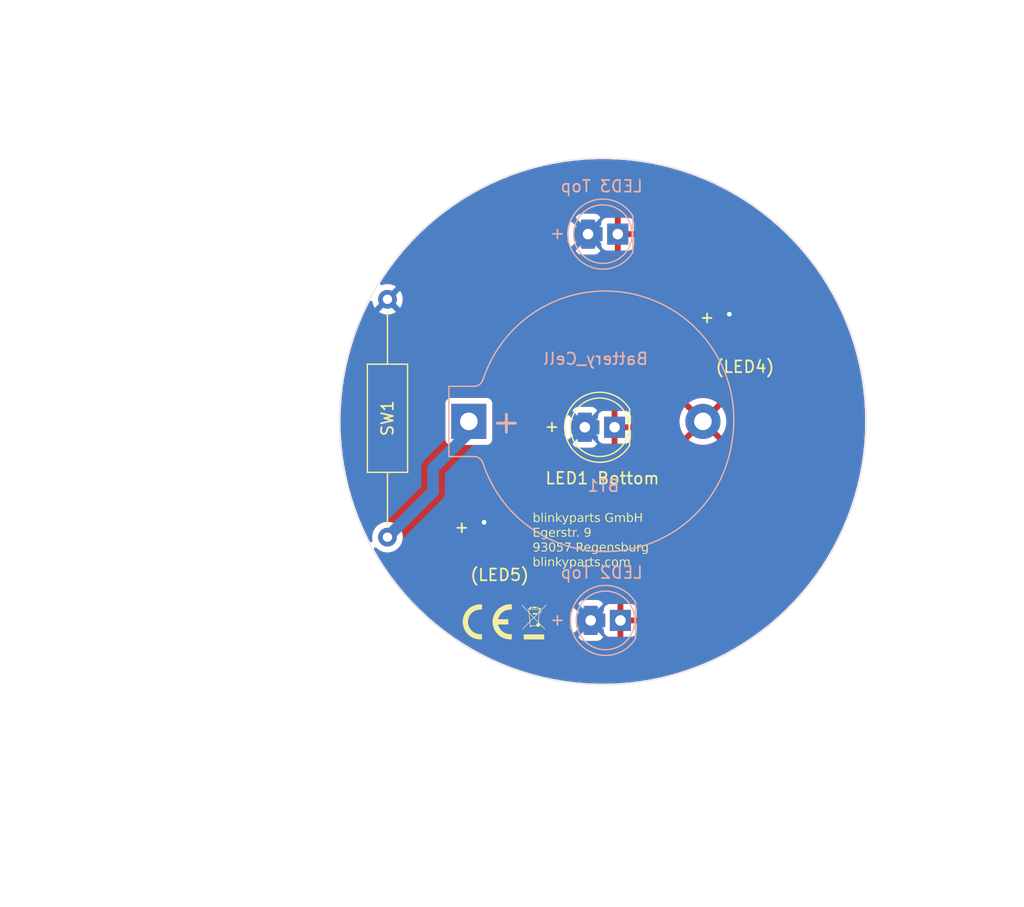
<source format=kicad_pcb>
(kicad_pcb (version 20240108) (generator "pcbnew") (generator_version "8.0")
  (layers (0 "F.Cu" signal) (31 "B.Cu" signal) (34 "B.Paste" user) (35 "F.Paste" user) (36 "B.SilkS" user "B.Silkscreen") (37 "F.SilkS" user "F.Silkscreen") (38 "B.Mask" user) (39 "F.Mask" user) (44 "Edge.Cuts" user))
  (net 0 "")
  (net 1 "+3V0")
  (net 2 "GND")
  (net 3 "VCC")
  (footprint "blinkyparts:5mm_SMD-Pad" (layer "F.Cu") (at 111.395 75.765 180)
    (property "Reference" "D4" (hide yes))
    (property "Value" "LED")
    (fp_text user "+" (at 3.445 4.25 0) (layer "F.SilkS"))
    (pad "1" smd rect (at -1 4.5 180) (size 1.524 5) (layers "F.Cu" "F.Paste" "F.Mask") (net 2 "GND"))
    (pad "2" smd rect (at 1.54 4.5 180) (size 1.524 5) (layers "F.Cu" "F.Paste" "F.Mask") (net 3 "VCC"))
  )
  (footprint "blinkyparts:LED_D5.0mm_PLUS-Symbol" (layer "F.Cu") (at 121 63 180)
    (property "Reference" "D2" (hide yes))
    (property "Value" "LED")
    (fp_line (start -1.29 -1.545) (end -1.29 1.545) (stroke (width 0.12)) (layer "F.SilkS"))
    (fp_arc (start 4.26 -0.000462) (mid 2.072002 2.880433) (end -1.29 1.54483) (stroke (width 0.12)) (layer "F.SilkS"))
    (fp_arc (start -1.29 -1.54483) (mid 2.072002 -2.880433) (end 4.26 0.000462) (stroke (width 0.12)) (layer "F.SilkS"))
    (fp_circle (center 1.27 0) (end 3.77 0) (stroke (width 0.12)) (fill none) (layer "F.SilkS"))
    (pad "1" thru_hole rect (at 0 0 180) (size 1.8 1.8) (drill 0.9) (layers "*.Cu" "*.Mask") (net 2 "GND"))
    (pad "2" thru_hole custom (at 2.54 0 180) (size 1.2192 1.2192) (drill 0.9) (layers "*.Cu" "*.Mask") (net 3 "VCC") (options (clearance outline) (anchor rect)) (primitives (gr_poly (pts (xy -0.508 -1.143) (xy 0.508 -1.143) (xy 0.508 -0.508) (xy 1.143 -0.508) (xy 1.143 0.508) (xy 0.508 0.508) (xy 0.508 1.143) (xy -0.508 1.143) (xy -0.508 0.508) (xy -1.143 0.508) (xy -1.143 -0.508) (xy -0.508 -0.508)) (width 0.2) (fill yes))))
  )
  (footprint "blinkyparts:weee-icon_3mm" (layer "F.Cu") (at 113.071338 78.125)
    (property "Reference" "weee-symbol_mask_3mm" (hide yes))
    (property "Value" "G***" (hide yes))
    (fp_poly (pts (xy 0.168687 2.573325) (xy 1.917266 2.573325) (xy 1.917266 3.000001) (xy 0.168687 3.000001) (xy 0.168687 2.573325)) (fill solid) (layer "F.SilkS"))
    (fp_poly (pts (xy 0.940853 0.753011) (xy 1.30923 0.753011) (xy 1.30923 0.868828) (xy 0.940853 0.868828) (xy 0.940853 0.753011)) (fill solid) (layer "F.SilkS"))
    (fp_poly (pts (xy 2.107325 0) (xy 1.028466 1.094776) (xy 0 0.013962) (xy 0 0.093763) (xy 0.989828 1.13398) (xy 0.025793 2.112238) (xy 0.065644 2.150133) (xy 1.027764 1.173836) (xy 1.949582 2.142593) (xy 1.989452 2.104678) (xy 1.066401 1.134647) (xy 2.107325 0.078353) (xy 2.107325 0)) (fill solid) (layer "F.SilkS"))
    (fp_poly (pts (xy 0.82439 1.855893) (xy 0.82439 1.940613) (xy 0.745471 1.940613) (xy 0.745471 1.800747) (xy 1.230606 1.800747) (xy 1.227804 1.769494) (xy 1.272974 1.65259) (xy 1.383883 1.596476) (xy 1.459984 0.748213) (xy 1.453968 0.748213) (xy 1.453968 0.545451) (xy 1.478157 0.545451) (xy 1.487322 0.443285) (xy 0.786419 0.443285) (xy 0.786419 0.388139) (xy 1.4903 0.388139) (xy 1.375365 0.303008) (xy 1.23589 0.278884) (xy 1.23589 0.324139) (xy 1.190771 0.324139) (xy 1.190771 0.279019) (xy 0.99606 0.279019) (xy 0.99606 0.243906) (xy 1.190771 0.243906) (xy 1.190771 0.279019) (xy 1.190771 0.324139) (xy 0.95094 0.324139) (xy 0.95094 0.271931) (xy 0.786419 0.295784) (xy 0.786419 0.388139) (xy 0.786419 0.443285) (xy 0.683451 0.443285) (xy 0.683451 0.388139) (xy 0.683451 0.329468) (xy 0.619868 0.388139) (xy 0.683451 0.388139) (xy 0.683451 0.443285) (xy 0.630656 0.443285) (xy 0.745471 1.800747) (xy 0.745471 1.940613) (xy 0.714905 1.940613) (xy 0.714905 1.855247) (xy 0.692636 1.829869) (xy 0.575335 0.443285) (xy 0.493357 0.443285) (xy 0.493357 0.388139) (xy 0.562802 0.388139) (xy 0.683451 0.268722) (xy 0.683451 0.228576) (xy 0.786419 0.228576) (xy 0.786419 0.239425) (xy 0.95094 0.216905) (xy 0.95094 0.198787) (xy 1.23589 0.198787) (xy 1.23589 0.223718) (xy 1.393889 0.251311) (xy 1.513717 0.328781) (xy 1.578674 0.295764) (xy 1.659122 0.376192) (xy 1.578674 0.45664) (xy 1.542057 0.447827) (xy 1.533303 0.545451) (xy 1.654324 0.545451) (xy 1.654324 0.748213) (xy 1.519161 0.748213) (xy 1.519161 0.703093) (xy 1.609205 0.703093) (xy 1.609205 0.59057) (xy 1.529248 0.59057) (xy 1.519161 0.703093) (xy 1.519161 0.748213) (xy 1.51511 0.748213) (xy 1.438753 1.599534) (xy 1.575661 1.769494) (xy 1.524713 1.892483) (xy 1.401725 1.94343) (xy 1.401725 1.862005) (xy 1.30923 1.769494) (xy 1.401725 1.677004) (xy 1.494235 1.769494) (xy 1.401725 1.862005) (xy 1.401725 1.94343) (xy 1.250755 1.855893) (xy 0.82439 1.855893)) (fill solid) (layer "F.SilkS"))
  )
  (footprint "blinkyparts:5mm_SMD-Pad" (layer "F.Cu") (at 132.35 57.84 180)
    (property "Reference" "D5" (hide yes))
    (property "Value" "LED")
    (fp_text user "+" (at 3.445 4.25 180) (layer "F.SilkS"))
    (pad "1" smd rect (at -1 4.5 180) (size 1.524 5) (layers "F.Cu" "F.Paste" "F.Mask") (net 2 "GND"))
    (pad "2" smd rect (at 1.54 4.5 180) (size 1.524 5) (layers "F.Cu" "F.Paste" "F.Mask") (net 3 "VCC"))
  )
  (footprint "Resistor_THT:R_Axial_DIN0309_L9.0mm_D3.2mm_P20.32mm_Horizontal" (layer "F.Cu") (at 101.6 52.07 -90)
    (property "Reference" "SW1" (at 10.16 0 -90) (layer "F.SilkS"))
    (property "Value" "SW_Reed")
    (fp_line (start 5.54 1.72) (end 14.78 1.72) (stroke (width 0.12)) (layer "F.SilkS"))
    (fp_line (start 14.78 1.72) (end 14.78 -1.72) (stroke (width 0.12)) (layer "F.SilkS"))
    (fp_line (start 1.04 0) (end 5.54 0) (stroke (width 0.12)) (layer "F.SilkS"))
    (fp_line (start 19.28 0) (end 14.78 0) (stroke (width 0.12)) (layer "F.SilkS"))
    (fp_line (start 5.54 -1.72) (end 5.54 1.72) (stroke (width 0.12)) (layer "F.SilkS"))
    (fp_line (start 14.78 -1.72) (end 5.54 -1.72) (stroke (width 0.12)) (layer "F.SilkS"))
    (pad "1" thru_hole circle (at 0 0 270) (size 1.6 1.6) (drill 0.8) (layers "*.Cu" "*.Mask") (net 3 "VCC"))
    (pad "2" thru_hole oval (at 20.32 0 270) (size 1.6 1.6) (drill 0.8) (layers "*.Cu" "*.Mask") (net 1 "+3V0"))
  )
  (footprint "blinkyparts:ce-icon_3mm" (layer "F.Cu") (at 108.025 78.125)
    (property "Reference" "ce-symbol_mask_3mm" (hide yes))
    (property "Value" "G***" (hide yes))
    (fp_poly (pts (xy 1.65 2.9925) (xy 1.5 3) (xy 1.256689 2.980368) (xy 1.025879 2.92353) (xy 0.810658 2.832575) (xy 0.614114 2.71059) (xy 0.439335 2.560665) (xy 0.289409 2.385886) (xy 0.167425 2.189342) (xy 0.07647 1.974121) (xy 0.019632 1.743311) (xy 0 1.5) (xy 0.019632 1.256689) (xy 0.07647 1.025879) (xy 0.167425 0.810658) (xy 0.289409 0.614114) (xy 0.439335 0.439335) (xy 0.614114 0.289409) (xy 0.810658 0.167425) (xy 1.025879 0.07647) (xy 1.256689 0.019632) (xy 1.5 0) (xy 1.65 0.0075) (xy 1.65 0.4575) (xy 1.5 0.45) (xy 1.259238 0.47773) (xy 1.038227 0.556719) (xy 0.84327 0.680667) (xy 0.680667 0.84327) (xy 0.556719 1.038227) (xy 0.47773 1.259238) (xy 0.45 1.5) (xy 0.47773 1.740762) (xy 0.556719 1.961772) (xy 0.680667 2.15673) (xy 0.84327 2.319333) (xy 1.038227 2.44328) (xy 1.259238 2.52227) (xy 1.5 2.55) (xy 1.65 2.5425) (xy 1.65 2.9925)) (fill solid) (layer "F.SilkS"))
    (fp_poly (pts (xy 4.2 2.9925) (xy 4.05 3) (xy 3.806689 2.980368) (xy 3.575879 2.92353) (xy 3.360658 2.832575) (xy 3.164114 2.71059) (xy 2.989335 2.560665) (xy 2.839409 2.385886) (xy 2.717425 2.189342) (xy 2.62647 1.974121) (xy 2.569632 1.743311) (xy 2.55 1.5) (xy 2.569632 1.256689) (xy 2.62647 1.025879) (xy 2.717425 0.810658) (xy 2.839409 0.614114) (xy 2.989335 0.439335) (xy 3.164114 0.289409) (xy 3.360658 0.167425) (xy 3.575879 0.07647) (xy 3.806689 0.019632) (xy 4.05 0) (xy 4.2 0.0075) (xy 4.2 0.4575) (xy 4.05 0.45) (xy 3.810112 0.477625) (xy 3.588366 0.556787) (xy 3.391837 0.681795) (xy 3.2276 0.84696) (xy 3.102729 1.046592) (xy 3.0243 1.275) (xy 3.9 1.275) (xy 3.9 1.725) (xy 3.0243 1.725) (xy 3.102729 1.953408) (xy 3.2276 2.15304) (xy 3.391837 2.318205) (xy 3.588366 2.443213) (xy 3.810112 2.522375) (xy 4.05 2.55) (xy 4.2 2.5425) (xy 4.2 2.9925)) (fill solid) (layer "F.SilkS"))
  )
  (footprint "blinkyparts:LED_D5.0mm_PLUS-Symbol" (layer "B.Cu") (at 121.275 46.5 180)
    (property "Reference" "D3" (hide yes))
    (property "Value" "LED")
    (fp_line (start -1.29 1.545) (end -1.29 -1.545) (stroke (width 0.12)) (layer "B.SilkS"))
    (fp_arc (start 4.26 -0.000462) (mid 2.072002 2.880433) (end -1.29 1.54483) (stroke (width 0.12)) (layer "B.SilkS"))
    (fp_arc (start -1.29 -1.54483) (mid 2.072002 -2.880433) (end 4.26 0.000462) (stroke (width 0.12)) (layer "B.SilkS"))
    (fp_circle (center 1.27 0) (end 3.77 0) (stroke (width 0.12)) (fill none) (layer "B.SilkS"))
    (pad "1" thru_hole rect (at 0 0 180) (size 1.8 1.8) (drill 0.9) (layers "*.Cu" "*.Mask") (net 2 "GND"))
    (pad "2" thru_hole custom (at 2.54 0 180) (size 1.2192 1.2192) (drill 0.9) (layers "*.Cu" "*.Mask") (net 3 "VCC") (options (clearance outline) (anchor rect)) (primitives (gr_poly (pts (xy -0.508 1.143) (xy 0.508 1.143) (xy 0.508 0.508) (xy 1.143 0.508) (xy 1.143 -0.508) (xy 0.508 -0.508) (xy 0.508 -1.143) (xy -0.508 -1.143) (xy -0.508 -0.508) (xy -1.143 -0.508) (xy -1.143 0.508) (xy -0.508 0.508)) (width 0.2) (fill yes))))
  )
  (footprint "blinkyparts:BatteryHolder_CR2032_schwarz" (layer "B.Cu") (at 108.54952 62.5)
    (property "Reference" "BT1" (at 11.5 5.5 0) (layer "B.SilkS") (effects (justify mirror)))
    (property "Value" "Battery_Cell" (at 10.83048 -5.35 0) (layer "B.SilkS") (effects (justify mirror)))
    (fp_line (start -1.7 -3) (end -1.7 3) (stroke (width 0.12)) (layer "B.SilkS"))
    (fp_line (start -1.7 -3) (end 0.441139 -3) (stroke (width 0.12)) (layer "B.SilkS"))
    (fp_line (start -1.7 3) (end 0.441139 3) (stroke (width 0.12)) (layer "B.SilkS"))
    (fp_arc (start 0.441139 3) (mid 0.900001 3.144678) (end 1.192893 3.526384) (stroke (width 0.12)) (layer "B.SilkS"))
    (fp_arc (start 1.191139 -3.5) (mid 14.212441 -10.839284) (end 22.5 1.6) (stroke (width 0.12)) (layer "B.SilkS"))
    (fp_arc (start 1.192893 -3.526384) (mid 0.9 -3.144679) (end 0.441139 -3) (stroke (width 0.12)) (layer "B.SilkS"))
    (fp_arc (start 22.5 1.6) (mid 12.606244 11.081109) (end 1.191139 3.5) (stroke (width 0.12)) (layer "B.SilkS"))
    (fp_text user "+" (at 3.21048 0 0) (layer "B.SilkS") (effects (font (size 2 2) (thickness 0.25)) (justify mirror)))
    (pad "1" thru_hole rect (at 0 0) (size 3 3) (drill 1.5) (layers "*.Cu" "*.Mask") (net 1 "+3V0"))
    (pad "2" thru_hole circle (at 20 0) (size 3 3) (drill 1.5) (layers "*.Cu" "*.Mask") (net 2 "GND"))
  )
  (footprint "blinkyparts:LED_D5.0mm_PLUS-Symbol" (layer "B.Cu") (at 121.5 79.5 180)
    (property "Reference" "D1" (hide yes))
    (property "Value" "LED")
    (fp_line (start -1.29 1.545) (end -1.29 -1.545) (stroke (width 0.12)) (layer "B.SilkS"))
    (fp_arc (start 4.26 -0.000462) (mid 2.072002 2.880433) (end -1.29 1.54483) (stroke (width 0.12)) (layer "B.SilkS"))
    (fp_arc (start -1.29 -1.54483) (mid 2.072002 -2.880433) (end 4.26 0.000462) (stroke (width 0.12)) (layer "B.SilkS"))
    (fp_circle (center 1.27 0) (end 3.77 0) (stroke (width 0.12)) (fill none) (layer "B.SilkS"))
    (pad "1" thru_hole rect (at 0 0 180) (size 1.8 1.8) (drill 0.9) (layers "*.Cu" "*.Mask") (net 2 "GND"))
    (pad "2" thru_hole custom (at 2.54 0 180) (size 1.2192 1.2192) (drill 0.9) (layers "*.Cu" "*.Mask") (net 3 "VCC") (options (clearance outline) (anchor rect)) (primitives (gr_poly (pts (xy -0.508 1.143) (xy 0.508 1.143) (xy 0.508 0.508) (xy 1.143 0.508) (xy 1.143 -0.508) (xy 0.508 -0.508) (xy 0.508 -1.143) (xy -0.508 -1.143) (xy -0.508 -0.508) (xy -1.143 -0.508) (xy -1.143 0.508) (xy -0.508 0.508)) (width 0.2) (fill yes))))
  )
  (gr_circle (center 120 62.5) (end 120 40) (stroke (width 0.05)) (fill none) (layer "Edge.Cuts"))
  (gr_text "LED3 Top" (at 123.5 43 0) (layer "B.SilkS") (effects (font (size 1 1)) (justify left bottom mirror)))
  (gr_text "LED2 Top" (at 123.5 76 0) (layer "B.SilkS") (effects (font (size 1 1)) (justify left bottom mirror)))
  (gr_text "+" (at 116.84 80.01 0) (layer "B.SilkS") (effects (font (size 1 1)) (justify left bottom mirror)))
  (gr_text "+" (at 116.84 46.99 0) (layer "B.SilkS") (effects (font (size 1 1)) (justify left bottom mirror)))
  (gr_text "blinkyparts GmbH\nEgerstr. 9\n93057 Regensburg\nblinkyparts.com" (at 114 75 0) (layer "F.SilkS") (effects (font (size 0.75 0.75)) (justify left bottom)))
  (gr_text "LED1 Bottom" (at 115 67.945 0) (layer "F.SilkS") (effects (font (size 1 1)) (justify left bottom)))
  (gr_text "(LED4)" (at 129.54 58.42 0) (layer "F.SilkS") (effects (font (size 1 1)) (justify left bottom)))
  (gr_text "(LED5)" (at 108.585 76.2 0) (layer "F.SilkS") (effects (font (size 1 1)) (justify left bottom)))
  (gr_text "+" (at 114.935 63.5 0) (layer "F.SilkS") (effects (font (size 1 1)) (justify left bottom)))
  (segment (start 101.6 72.39) (end 105.5 68.49) (width 1) (layer "B.Cu") (net 1))
  (segment (start 105.5 66.5) (end 109.5 62.5) (width 1) (layer "B.Cu") (net 1))
  (segment (start 105.5 68.49) (end 105.5 66.5) (width 1) (layer "B.Cu") (net 1))
  (segment (start 130.81 53.34) (end 130.81 54.61) (width 1) (layer "F.Cu") (net 3))
  (segment (start 109.855 71.265) (end 109.855 71.12) (width 1) (layer "F.Cu") (net 3))
  (via (at 130.81 53.34) (size 0.8) (drill 0.4) (layers "F.Cu" "B.Cu") (net 3))
  (via (at 109.855 71.12) (size 0.8) (drill 0.4) (layers "F.Cu" "B.Cu") (net 3))
  (zone (net 2) (net_name "GND") (layer "F.Cu") (connect_pads (clearance 0.508)) (min_thickness 0.25) (fill yes (thermal_gap 0.5) (thermal_bridge_width 0.5) (island_removal_mode 1) (island_area_min 10))
    (polygon (pts (xy 156 52) (xy 125 36) (xy 83.5 41) (xy 90 79.5) (xy 108 91.5) (xy 151 90.5) (xy 156 54)))
  )
  (zone (net 3) (net_name "VCC") (layer "B.Cu") (priority 1) (connect_pads (clearance 0.508)) (min_thickness 0.25) (fill yes (thermal_gap 0.5) (thermal_bridge_width 0.5) (island_removal_mode 1) (island_area_min 10))
    (polygon (pts (xy 155.5 44.5) (xy 132 104) (xy 68.5 66) (xy 105.5 26.5) (xy 145 37.5)))
  )
)
</source>
